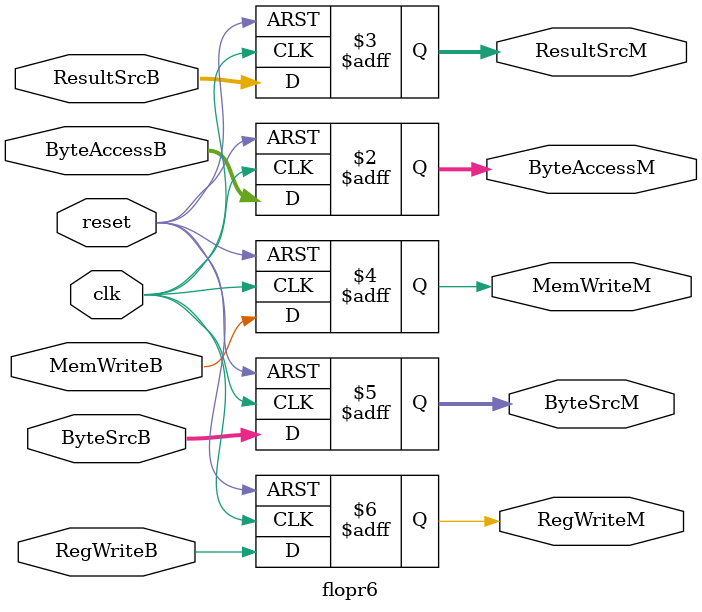
<source format=sv>
module flopr6(input  logic clk, reset,
              input  logic [1:0] ByteAccessB,
              input  logic [2:0] ResultSrcB,
              input  logic       MemWriteB,
              input  logic [2:0] ByteSrcB,
              input  logic       RegWriteB,
                  
              output logic [1:0] ByteAccessM,
              output logic [2:0] ResultSrcM,
              output logic       MemWriteM,
              output logic [2:0] ByteSrcM,
              output logic       RegWriteM
              );
                  
always_ff @(posedge clk, posedge reset)
    if(reset)
        begin
            ByteAccessM <= 2'b0;
            ResultSrcM  <= 3'b0;
            MemWriteM   <= 1'b0;
            ByteSrcM    <= 3'b0;
            RegWriteM   <= 1'b0;   
        end
    else
        begin
            ByteAccessM <= ByteAccessB;
            ResultSrcM  <= ResultSrcB;
            MemWriteM   <= MemWriteB;
            ByteSrcM    <= ByteSrcB;
            RegWriteM   <= RegWriteB;   
        end

endmodule
</source>
